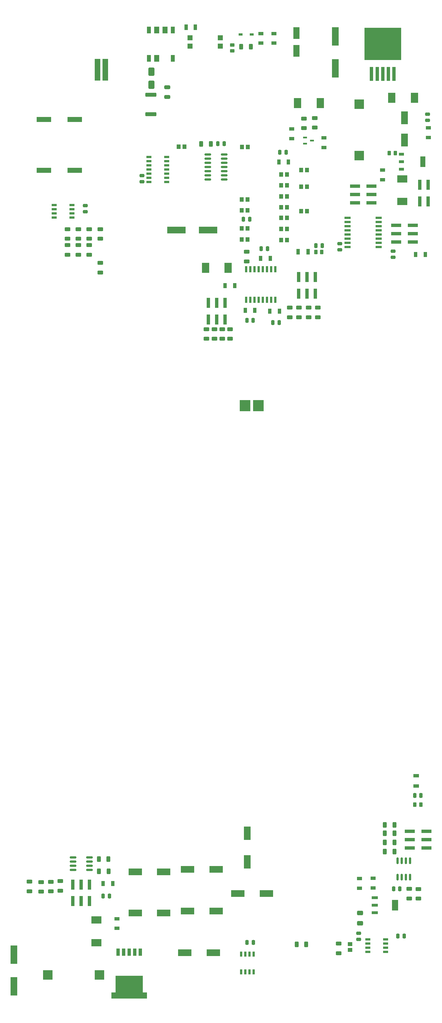
<source format=gtp>
G04 #@! TF.GenerationSoftware,KiCad,Pcbnew,9.0.3*
G04 #@! TF.CreationDate,2025-10-12T10:39:54+02:00*
G04 #@! TF.ProjectId,LLC_DCDC_V5,4c4c435f-4443-4444-935f-56352e6b6963,rev?*
G04 #@! TF.SameCoordinates,Original*
G04 #@! TF.FileFunction,Paste,Top*
G04 #@! TF.FilePolarity,Positive*
%FSLAX46Y46*%
G04 Gerber Fmt 4.6, Leading zero omitted, Abs format (unit mm)*
G04 Created by KiCad (PCBNEW 9.0.3) date 2025-10-12 10:39:54*
%MOMM*%
%LPD*%
G01*
G04 APERTURE LIST*
G04 Aperture macros list*
%AMRoundRect*
0 Rectangle with rounded corners*
0 $1 Rounding radius*
0 $2 $3 $4 $5 $6 $7 $8 $9 X,Y pos of 4 corners*
0 Add a 4 corners polygon primitive as box body*
4,1,4,$2,$3,$4,$5,$6,$7,$8,$9,$2,$3,0*
0 Add four circle primitives for the rounded corners*
1,1,$1+$1,$2,$3*
1,1,$1+$1,$4,$5*
1,1,$1+$1,$6,$7*
1,1,$1+$1,$8,$9*
0 Add four rect primitives between the rounded corners*
20,1,$1+$1,$2,$3,$4,$5,0*
20,1,$1+$1,$4,$5,$6,$7,0*
20,1,$1+$1,$6,$7,$8,$9,0*
20,1,$1+$1,$8,$9,$2,$3,0*%
G04 Aperture macros list end*
%ADD10R,1.850000X0.900000*%
%ADD11R,1.850000X3.200000*%
%ADD12R,1.500000X0.650000*%
%ADD13R,2.050000X4.000000*%
%ADD14R,1.050000X1.820000*%
%ADD15R,5.700000X2.000000*%
%ADD16R,2.250000X3.150000*%
%ADD17R,2.000000X5.700000*%
%ADD18R,1.600000X1.050000*%
%ADD19RoundRect,0.250000X0.312500X0.625000X-0.312500X0.625000X-0.312500X-0.625000X0.312500X-0.625000X0*%
%ADD20R,1.200000X0.750000*%
%ADD21RoundRect,0.250000X-0.625000X0.312500X-0.625000X-0.312500X0.625000X-0.312500X0.625000X0.312500X0*%
%ADD22RoundRect,0.250000X0.625000X-0.312500X0.625000X0.312500X-0.625000X0.312500X-0.625000X-0.312500X0*%
%ADD23R,1.150000X1.450000*%
%ADD24R,1.050000X1.600000*%
%ADD25RoundRect,0.250000X-0.250000X-0.475000X0.250000X-0.475000X0.250000X0.475000X-0.250000X0.475000X0*%
%ADD26R,4.100000X2.000000*%
%ADD27RoundRect,0.250000X-0.262500X-0.450000X0.262500X-0.450000X0.262500X0.450000X-0.262500X0.450000X0*%
%ADD28RoundRect,0.250000X-0.312500X-0.625000X0.312500X-0.625000X0.312500X0.625000X-0.312500X0.625000X0*%
%ADD29RoundRect,0.250000X-0.450000X0.262500X-0.450000X-0.262500X0.450000X-0.262500X0.450000X0.262500X0*%
%ADD30R,3.000000X2.900000*%
%ADD31RoundRect,0.150000X0.825000X0.150000X-0.825000X0.150000X-0.825000X-0.150000X0.825000X-0.150000X0*%
%ADD32R,3.150000X1.000000*%
%ADD33R,1.000000X3.150000*%
%ADD34RoundRect,0.250000X0.475000X-0.250000X0.475000X0.250000X-0.475000X0.250000X-0.475000X-0.250000X0*%
%ADD35R,1.450000X1.150000*%
%ADD36R,1.800000X1.050000*%
%ADD37R,1.050000X1.800000*%
%ADD38RoundRect,0.250000X0.250000X0.475000X-0.250000X0.475000X-0.250000X-0.475000X0.250000X-0.475000X0*%
%ADD39R,1.600000X1.500000*%
%ADD40RoundRect,0.250000X0.650000X-1.000000X0.650000X1.000000X-0.650000X1.000000X-0.650000X-1.000000X0*%
%ADD41R,0.650000X1.528000*%
%ADD42RoundRect,0.250000X-0.475000X0.250000X-0.475000X-0.250000X0.475000X-0.250000X0.475000X0.250000X0*%
%ADD43RoundRect,0.250000X-0.650000X0.412500X-0.650000X-0.412500X0.650000X-0.412500X0.650000X0.412500X0*%
%ADD44R,1.168000X2.032000*%
%ADD45R,1.524000X2.032000*%
%ADD46RoundRect,0.250000X0.650000X-0.325000X0.650000X0.325000X-0.650000X0.325000X-0.650000X-0.325000X0*%
%ADD47R,1.850000X3.550000*%
%ADD48RoundRect,0.250000X0.262500X0.450000X-0.262500X0.450000X-0.262500X-0.450000X0.262500X-0.450000X0*%
%ADD49RoundRect,0.150000X-0.825000X-0.150000X0.825000X-0.150000X0.825000X0.150000X-0.825000X0.150000X0*%
%ADD50RoundRect,0.150000X0.150000X-0.825000X0.150000X0.825000X-0.150000X0.825000X-0.150000X-0.825000X0*%
%ADD51R,4.450000X1.520000*%
%ADD52R,3.250000X3.400000*%
%ADD53R,0.650000X1.850000*%
%ADD54R,1.950000X0.650000*%
%ADD55R,1.020000X4.320000*%
%ADD56R,11.180000X9.910000*%
%ADD57R,3.150000X2.250000*%
%ADD58R,1.500000X0.900000*%
%ADD59R,1.500000X3.200000*%
%ADD60R,2.900000X3.000000*%
%ADD61R,2.000000X4.100000*%
%ADD62R,1.750000X6.600000*%
%ADD63R,1.070000X2.160000*%
%ADD64R,10.800000X1.910000*%
%ADD65R,8.330000X5.080000*%
%ADD66RoundRect,0.250000X1.425000X-0.362500X1.425000X0.362500X-1.425000X0.362500X-1.425000X-0.362500X0*%
%ADD67R,1.250000X0.600000*%
%ADD68R,1.525000X0.650000*%
G04 APERTURE END LIST*
D10*
X197240000Y-319750000D03*
X197240000Y-322050000D03*
X197240000Y-324350000D03*
D11*
X203440000Y-322050000D03*
D12*
X195120000Y-332475000D03*
X195120000Y-333745000D03*
X195120000Y-335015000D03*
X195120000Y-336285000D03*
X200520000Y-336285000D03*
X200520000Y-335015000D03*
X200520000Y-333745000D03*
X200520000Y-332475000D03*
D13*
X206290000Y-82125000D03*
X206290000Y-88825000D03*
D14*
X139770000Y-54505000D03*
X142550000Y-54505000D03*
D15*
X136740000Y-116275000D03*
X146440000Y-116275000D03*
D16*
X145640000Y-127765000D03*
X152540000Y-127765000D03*
X173710000Y-77625000D03*
X180610000Y-77625000D03*
D17*
X185180000Y-57305000D03*
X185180000Y-67005000D03*
D18*
X162500000Y-56400000D03*
X162500000Y-59350000D03*
D19*
X156537500Y-60445000D03*
X159462500Y-60445000D03*
D20*
X156350000Y-56671000D03*
X159750000Y-56671000D03*
D21*
X175650000Y-82315000D03*
X175650000Y-85240000D03*
D22*
X101390000Y-317602500D03*
X101390000Y-314677500D03*
D23*
X170510000Y-99355000D03*
X168710000Y-99355000D03*
D24*
X114455000Y-315460000D03*
X117405000Y-315460000D03*
D25*
X204290000Y-331430000D03*
X206190000Y-331430000D03*
D26*
X132910000Y-324380000D03*
X124210000Y-324380000D03*
D27*
X209437500Y-291351674D03*
X211262500Y-291351674D03*
D28*
X200310000Y-305665000D03*
X203235000Y-305665000D03*
X113147500Y-307970000D03*
X116072500Y-307970000D03*
D21*
X106880000Y-120867500D03*
X106880000Y-123792500D03*
D26*
X140150000Y-323815000D03*
X148850000Y-323815000D03*
D21*
X186250000Y-333747500D03*
X186250000Y-336672500D03*
D29*
X153810000Y-59862500D03*
X153810000Y-61687500D03*
D26*
X140150000Y-311105000D03*
X148850000Y-311105000D03*
D22*
X148340000Y-149432500D03*
X148340000Y-146507500D03*
D30*
X113300000Y-343290000D03*
X97600000Y-343290000D03*
D31*
X110235000Y-311270000D03*
X110235000Y-310000000D03*
X110235000Y-308730000D03*
X110235000Y-307460000D03*
X105285000Y-307460000D03*
X105285000Y-308730000D03*
X105285000Y-310000000D03*
X105285000Y-311270000D03*
D23*
X170510000Y-106025000D03*
X168710000Y-106025000D03*
D28*
X200310000Y-297525000D03*
X203235000Y-297525000D03*
D21*
X174150000Y-139920000D03*
X174150000Y-142845000D03*
D32*
X212942500Y-304575000D03*
X207892500Y-304575000D03*
X212942500Y-302035000D03*
X207892500Y-302035000D03*
X212942500Y-299495000D03*
X207892500Y-299495000D03*
D22*
X103570000Y-123792500D03*
X103570000Y-120867500D03*
D33*
X110250000Y-315730000D03*
X110250000Y-320780000D03*
X107710000Y-315730000D03*
X107710000Y-320780000D03*
X105170000Y-315730000D03*
X105170000Y-320780000D03*
D21*
X210530000Y-317087500D03*
X210530000Y-320012500D03*
D22*
X153150000Y-149432500D03*
X153150000Y-146507500D03*
D21*
X106880000Y-116017500D03*
X106880000Y-118942500D03*
D34*
X202780000Y-124605000D03*
X202780000Y-122705000D03*
D32*
X203760000Y-114815000D03*
X208810000Y-114815000D03*
X203760000Y-117355000D03*
X208810000Y-117355000D03*
X203760000Y-119895000D03*
X208810000Y-119895000D03*
D23*
X158560000Y-90982500D03*
X156760000Y-90982500D03*
D35*
X189660000Y-333850000D03*
X189660000Y-335650000D03*
D23*
X158460000Y-115780000D03*
X156660000Y-115780000D03*
D32*
X191190000Y-102945000D03*
X196240000Y-102945000D03*
X191190000Y-105485000D03*
X196240000Y-105485000D03*
X191190000Y-108025000D03*
X196240000Y-108025000D03*
D23*
X168670000Y-112540000D03*
X170470000Y-112540000D03*
D19*
X203235000Y-300065000D03*
X200310000Y-300065000D03*
D36*
X209820000Y-282590000D03*
X209820000Y-285690000D03*
D18*
X196710000Y-316785000D03*
X196710000Y-313835000D03*
D25*
X114450000Y-319230000D03*
X116350000Y-319230000D03*
D17*
X87220000Y-346780000D03*
X87220000Y-337080000D03*
D12*
X99550000Y-108670000D03*
X99550000Y-109940000D03*
X99550000Y-111210000D03*
X99550000Y-112480000D03*
X104950000Y-112480000D03*
X104950000Y-111210000D03*
X104950000Y-109940000D03*
X104950000Y-108670000D03*
D28*
X144335000Y-90052500D03*
X147260000Y-90052500D03*
D22*
X179850000Y-142845000D03*
X179850000Y-139920000D03*
D16*
X202410000Y-75985000D03*
X209310000Y-75985000D03*
D37*
X173830000Y-122855000D03*
X176930000Y-122855000D03*
D38*
X168090000Y-144470000D03*
X166190000Y-144470000D03*
D24*
X165385000Y-124885000D03*
X162435000Y-124885000D03*
D21*
X178910000Y-82165000D03*
X178910000Y-85090000D03*
D39*
X150140000Y-60245000D03*
X150140000Y-57705000D03*
X140920000Y-57705000D03*
X140920000Y-60245000D03*
D38*
X181190000Y-121025000D03*
X179290000Y-121025000D03*
D40*
X129170000Y-72032500D03*
X129170000Y-68032500D03*
D21*
X113610000Y-126295000D03*
X113610000Y-129220000D03*
D38*
X160160000Y-143815000D03*
X158260000Y-143815000D03*
D23*
X158460000Y-110270000D03*
X156660000Y-110270000D03*
D21*
X91990000Y-314837500D03*
X91990000Y-317762500D03*
D41*
X156495000Y-342341000D03*
X157765000Y-342341000D03*
X159035000Y-342341000D03*
X160305000Y-342341000D03*
X160305000Y-336919000D03*
X159035000Y-336919000D03*
X157765000Y-336919000D03*
X156495000Y-336919000D03*
D42*
X109040000Y-108835000D03*
X109040000Y-110735000D03*
D28*
X173415000Y-333970000D03*
X176340000Y-333970000D03*
D23*
X170510000Y-102695000D03*
X168710000Y-102695000D03*
D18*
X213570000Y-85125000D03*
X213570000Y-88075000D03*
D43*
X192780000Y-324377500D03*
X192780000Y-327502500D03*
D44*
X128428000Y-63991000D03*
D45*
X130790000Y-63991000D03*
D44*
X135692000Y-63991000D03*
X135692000Y-55355000D03*
D45*
X133330000Y-55355000D03*
X130790000Y-55355000D03*
D44*
X128428000Y-55355000D03*
D24*
X160685000Y-140725000D03*
X157735000Y-140725000D03*
D46*
X133950000Y-75700000D03*
X133950000Y-72750000D03*
D34*
X213350000Y-82875000D03*
X213350000Y-80975000D03*
D47*
X173310000Y-61685000D03*
X173310000Y-56285000D03*
D23*
X139260000Y-90875000D03*
X137460000Y-90875000D03*
D48*
X203474500Y-92830000D03*
X201649500Y-92830000D03*
D25*
X202960000Y-317060000D03*
X204860000Y-317060000D03*
D49*
X146355000Y-93242500D03*
X146355000Y-94512500D03*
X146355000Y-95782500D03*
X146355000Y-97052500D03*
X146355000Y-98322500D03*
X146355000Y-99592500D03*
X146355000Y-100862500D03*
X151305000Y-100862500D03*
X151305000Y-99592500D03*
X151305000Y-98322500D03*
X151305000Y-97052500D03*
X151305000Y-95782500D03*
X151305000Y-94512500D03*
X151305000Y-93242500D03*
D23*
X174760000Y-97960000D03*
X176560000Y-97960000D03*
D24*
X212610000Y-123755000D03*
X209660000Y-123755000D03*
X154565000Y-133225000D03*
X151615000Y-133225000D03*
D50*
X204197500Y-313457500D03*
X205467500Y-313457500D03*
X206737500Y-313457500D03*
X208007500Y-313457500D03*
X208007500Y-308507500D03*
X206737500Y-308507500D03*
X205467500Y-308507500D03*
X204197500Y-308507500D03*
D22*
X103570000Y-118942500D03*
X103570000Y-116017500D03*
D18*
X166490000Y-59350000D03*
X166490000Y-56400000D03*
D48*
X181085000Y-123005000D03*
X179260000Y-123005000D03*
D21*
X98500000Y-314907500D03*
X98500000Y-317832500D03*
X207720000Y-317037500D03*
X207720000Y-319962500D03*
D23*
X174760000Y-103120000D03*
X176560000Y-103120000D03*
D18*
X118670000Y-329095000D03*
X118670000Y-326145000D03*
D23*
X168670000Y-119360000D03*
X170470000Y-119360000D03*
D33*
X151630000Y-138472500D03*
X151630000Y-143522500D03*
X149090000Y-138472500D03*
X149090000Y-143522500D03*
X146550000Y-138472500D03*
X146550000Y-143522500D03*
D51*
X96380000Y-82555000D03*
X96380000Y-98045000D03*
X105780000Y-82555000D03*
X105780000Y-98045000D03*
D23*
X168680000Y-109335000D03*
X170480000Y-109335000D03*
D26*
X155480000Y-318480000D03*
X164180000Y-318480000D03*
D52*
X157660000Y-169815000D03*
X161760000Y-169815000D03*
D53*
X166905000Y-128200000D03*
X165635000Y-128200000D03*
X164365000Y-128200000D03*
X163095000Y-128200000D03*
X161825000Y-128200000D03*
X160555000Y-128200000D03*
X159285000Y-128200000D03*
X158015000Y-128200000D03*
X158015000Y-137550000D03*
X159285000Y-137550000D03*
X160555000Y-137550000D03*
X161825000Y-137550000D03*
X163095000Y-137550000D03*
X164365000Y-137550000D03*
X165635000Y-137550000D03*
X166905000Y-137550000D03*
D22*
X150740000Y-149432500D03*
X150740000Y-146507500D03*
X110190000Y-118942500D03*
X110190000Y-116017500D03*
D24*
X168215000Y-141000000D03*
X165265000Y-141000000D03*
D22*
X110190000Y-123792500D03*
X110190000Y-120867500D03*
D54*
X198416000Y-121481000D03*
X198416000Y-120211000D03*
X198416000Y-118941000D03*
X198416000Y-117671000D03*
X198416000Y-116401000D03*
X198416000Y-115131000D03*
X198416000Y-113861000D03*
X198416000Y-112591000D03*
X188966000Y-112591000D03*
X188966000Y-113861000D03*
X188966000Y-115131000D03*
X188966000Y-116401000D03*
X188966000Y-117671000D03*
X188966000Y-118941000D03*
X188966000Y-120211000D03*
X188966000Y-121481000D03*
D21*
X113610000Y-116017500D03*
X113610000Y-118942500D03*
D33*
X210930000Y-107560000D03*
X210930000Y-102510000D03*
X213470000Y-107560000D03*
X213470000Y-102510000D03*
D55*
X196250000Y-68725000D03*
X197950000Y-68725000D03*
X199650000Y-68725000D03*
X201350000Y-68725000D03*
X203050000Y-68725000D03*
D56*
X199650000Y-59580000D03*
D38*
X170210000Y-92615000D03*
X168310000Y-92615000D03*
D34*
X126290000Y-101565000D03*
X126290000Y-99665000D03*
D28*
X113177500Y-311680000D03*
X116102500Y-311680000D03*
D57*
X205630000Y-107575000D03*
X205630000Y-100675000D03*
D22*
X158190000Y-125840000D03*
X158190000Y-122915000D03*
D26*
X132910000Y-311845000D03*
X124210000Y-311845000D03*
D18*
X181710000Y-88175000D03*
X181710000Y-91125000D03*
D58*
X205340000Y-93175000D03*
X205340000Y-95475000D03*
X205340000Y-97775000D03*
D59*
X211840000Y-95475000D03*
D26*
X139300000Y-336470000D03*
X148000000Y-336470000D03*
D18*
X192570000Y-316835000D03*
X192570000Y-313885000D03*
D21*
X145910000Y-146507500D03*
X145910000Y-149432500D03*
D38*
X164530000Y-121935000D03*
X162630000Y-121935000D03*
D60*
X192500000Y-77895000D03*
X192500000Y-93595000D03*
D23*
X176560000Y-110570000D03*
X174760000Y-110570000D03*
X156660000Y-106970000D03*
X158460000Y-106970000D03*
D57*
X112370000Y-333450000D03*
X112370000Y-326550000D03*
D18*
X171900000Y-85485000D03*
X171900000Y-88435000D03*
D34*
X186601000Y-122326000D03*
X186601000Y-120426000D03*
D23*
X158460000Y-119200000D03*
X156660000Y-119200000D03*
D25*
X209420000Y-288571674D03*
X211320000Y-288571674D03*
D38*
X159085000Y-113020000D03*
X157185000Y-113020000D03*
D61*
X158390000Y-300080000D03*
X158390000Y-308780000D03*
D34*
X192350000Y-332450000D03*
X192350000Y-330550000D03*
D62*
X112770000Y-67455000D03*
X115070000Y-67455000D03*
D33*
X179140000Y-130595000D03*
X179140000Y-135645000D03*
X176600000Y-130595000D03*
X176600000Y-135645000D03*
X174060000Y-130595000D03*
X174060000Y-135645000D03*
D23*
X168710000Y-115980000D03*
X170510000Y-115980000D03*
D18*
X199570000Y-100955000D03*
X199570000Y-98005000D03*
D24*
X170930000Y-95565000D03*
X167980000Y-95565000D03*
D63*
X125790000Y-336335000D03*
X124090000Y-336335000D03*
X122390000Y-336335000D03*
X120690000Y-336335000D03*
X118990000Y-336335000D03*
D64*
X122390000Y-349550000D03*
D65*
X122390000Y-346054000D03*
D22*
X171280000Y-142845000D03*
X171280000Y-139920000D03*
D66*
X128990000Y-81015000D03*
X128990000Y-75090000D03*
D67*
X175970000Y-88095000D03*
X175970000Y-89995000D03*
X178070000Y-89045000D03*
D25*
X149410000Y-89942500D03*
X151310000Y-89942500D03*
X158320000Y-333380000D03*
X160220000Y-333380000D03*
D22*
X177040000Y-142845000D03*
X177040000Y-139920000D03*
D68*
X133844000Y-101615000D03*
X133844000Y-100345000D03*
X133844000Y-99075000D03*
X133844000Y-97805000D03*
X133844000Y-96535000D03*
X133844000Y-95265000D03*
X133844000Y-93995000D03*
X128420000Y-93995000D03*
X128420000Y-95265000D03*
X128420000Y-96535000D03*
X128420000Y-97805000D03*
X128420000Y-99075000D03*
X128420000Y-100345000D03*
X128420000Y-101615000D03*
D21*
X95520000Y-314977500D03*
X95520000Y-317902500D03*
D28*
X200310000Y-302935000D03*
X203235000Y-302935000D03*
M02*

</source>
